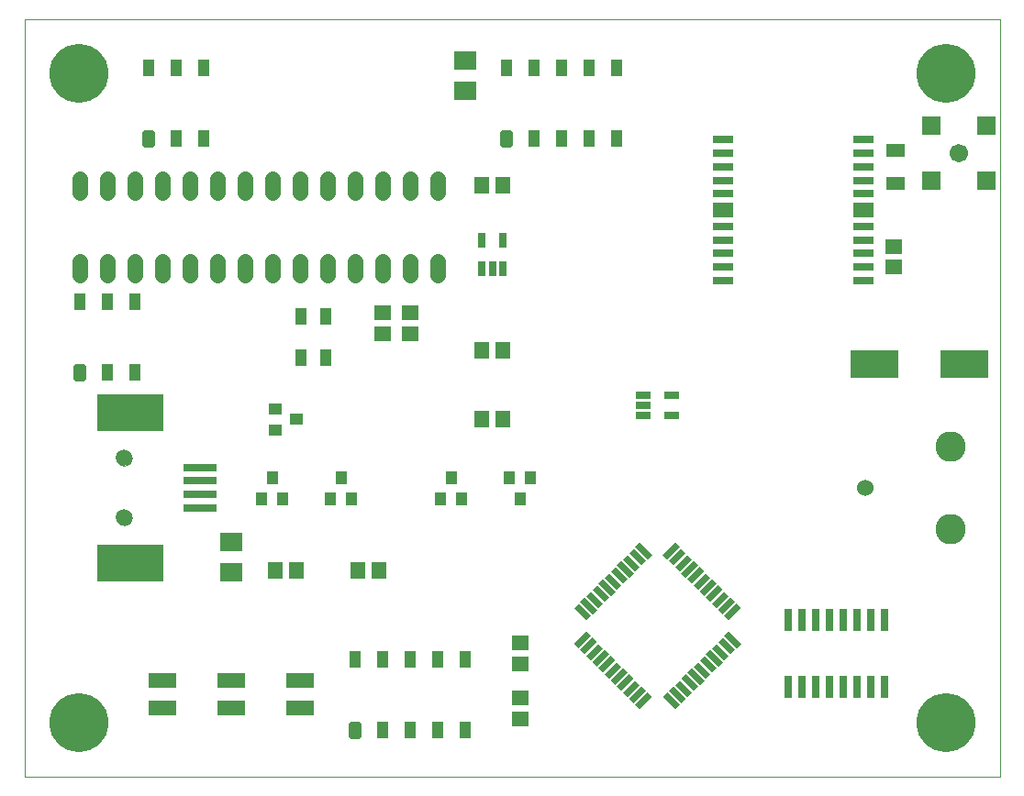
<source format=gts>
G75*
%MOIN*%
%OFA0B0*%
%FSLAX25Y25*%
%IPPOS*%
%LPD*%
%AMOC8*
5,1,8,0,0,1.08239X$1,22.5*
%
%ADD10C,0.00000*%
%ADD11C,0.05600*%
%ADD12R,0.05518X0.06306*%
%ADD13R,0.04337X0.05124*%
%ADD14R,0.08274X0.06699*%
%ADD15R,0.10400X0.05400*%
%ADD16R,0.04337X0.06306*%
%ADD17C,0.02169*%
%ADD18R,0.03000X0.08400*%
%ADD19R,0.06306X0.02369*%
%ADD20R,0.02369X0.06306*%
%ADD21R,0.06306X0.05518*%
%ADD22R,0.06699X0.05124*%
%ADD23C,0.06699*%
%ADD24R,0.06699X0.06699*%
%ADD25R,0.02600X0.05400*%
%ADD26R,0.03943X0.05912*%
%ADD27C,0.11030*%
%ADD28C,0.06022*%
%ADD29R,0.24180X0.13786*%
%ADD30R,0.12211X0.03156*%
%ADD31C,0.05912*%
%ADD32C,0.21400*%
%ADD33R,0.17329X0.10243*%
%ADD34R,0.05124X0.04337*%
%ADD35R,0.05400X0.02600*%
%ADD36R,0.07290X0.03025*%
%ADD37R,0.07290X0.05321*%
D10*
X0055902Y0001800D02*
X0055902Y0277391D01*
X0410233Y0277391D01*
X0410233Y0001800D01*
X0055902Y0001800D01*
X0089370Y0096149D02*
X0089372Y0096254D01*
X0089378Y0096359D01*
X0089388Y0096463D01*
X0089402Y0096567D01*
X0089420Y0096671D01*
X0089442Y0096773D01*
X0089467Y0096875D01*
X0089497Y0096976D01*
X0089530Y0097075D01*
X0089567Y0097173D01*
X0089608Y0097270D01*
X0089653Y0097365D01*
X0089701Y0097458D01*
X0089752Y0097550D01*
X0089808Y0097639D01*
X0089866Y0097726D01*
X0089928Y0097811D01*
X0089992Y0097894D01*
X0090060Y0097974D01*
X0090131Y0098051D01*
X0090205Y0098125D01*
X0090282Y0098197D01*
X0090361Y0098266D01*
X0090443Y0098331D01*
X0090527Y0098394D01*
X0090614Y0098453D01*
X0090703Y0098509D01*
X0090794Y0098562D01*
X0090887Y0098611D01*
X0090981Y0098656D01*
X0091077Y0098698D01*
X0091175Y0098736D01*
X0091274Y0098770D01*
X0091375Y0098801D01*
X0091476Y0098827D01*
X0091579Y0098850D01*
X0091682Y0098869D01*
X0091786Y0098884D01*
X0091890Y0098895D01*
X0091995Y0098902D01*
X0092100Y0098905D01*
X0092205Y0098904D01*
X0092310Y0098899D01*
X0092414Y0098890D01*
X0092518Y0098877D01*
X0092622Y0098860D01*
X0092725Y0098839D01*
X0092827Y0098814D01*
X0092928Y0098786D01*
X0093027Y0098753D01*
X0093126Y0098717D01*
X0093223Y0098677D01*
X0093318Y0098634D01*
X0093412Y0098586D01*
X0093504Y0098536D01*
X0093594Y0098482D01*
X0093682Y0098424D01*
X0093767Y0098363D01*
X0093850Y0098299D01*
X0093931Y0098232D01*
X0094009Y0098162D01*
X0094084Y0098088D01*
X0094156Y0098013D01*
X0094226Y0097934D01*
X0094292Y0097853D01*
X0094356Y0097769D01*
X0094416Y0097683D01*
X0094472Y0097595D01*
X0094526Y0097504D01*
X0094576Y0097412D01*
X0094622Y0097318D01*
X0094665Y0097222D01*
X0094704Y0097124D01*
X0094739Y0097026D01*
X0094770Y0096925D01*
X0094798Y0096824D01*
X0094822Y0096722D01*
X0094842Y0096619D01*
X0094858Y0096515D01*
X0094870Y0096411D01*
X0094878Y0096306D01*
X0094882Y0096201D01*
X0094882Y0096097D01*
X0094878Y0095992D01*
X0094870Y0095887D01*
X0094858Y0095783D01*
X0094842Y0095679D01*
X0094822Y0095576D01*
X0094798Y0095474D01*
X0094770Y0095373D01*
X0094739Y0095272D01*
X0094704Y0095174D01*
X0094665Y0095076D01*
X0094622Y0094980D01*
X0094576Y0094886D01*
X0094526Y0094794D01*
X0094472Y0094703D01*
X0094416Y0094615D01*
X0094356Y0094529D01*
X0094292Y0094445D01*
X0094226Y0094364D01*
X0094156Y0094285D01*
X0094084Y0094210D01*
X0094009Y0094136D01*
X0093931Y0094066D01*
X0093850Y0093999D01*
X0093767Y0093935D01*
X0093682Y0093874D01*
X0093594Y0093816D01*
X0093504Y0093762D01*
X0093412Y0093712D01*
X0093318Y0093664D01*
X0093223Y0093621D01*
X0093126Y0093581D01*
X0093027Y0093545D01*
X0092928Y0093512D01*
X0092827Y0093484D01*
X0092725Y0093459D01*
X0092622Y0093438D01*
X0092518Y0093421D01*
X0092414Y0093408D01*
X0092310Y0093399D01*
X0092205Y0093394D01*
X0092100Y0093393D01*
X0091995Y0093396D01*
X0091890Y0093403D01*
X0091786Y0093414D01*
X0091682Y0093429D01*
X0091579Y0093448D01*
X0091476Y0093471D01*
X0091375Y0093497D01*
X0091274Y0093528D01*
X0091175Y0093562D01*
X0091077Y0093600D01*
X0090981Y0093642D01*
X0090887Y0093687D01*
X0090794Y0093736D01*
X0090703Y0093789D01*
X0090614Y0093845D01*
X0090527Y0093904D01*
X0090443Y0093967D01*
X0090361Y0094032D01*
X0090282Y0094101D01*
X0090205Y0094173D01*
X0090131Y0094247D01*
X0090060Y0094324D01*
X0089992Y0094404D01*
X0089928Y0094487D01*
X0089866Y0094572D01*
X0089808Y0094659D01*
X0089752Y0094748D01*
X0089701Y0094840D01*
X0089653Y0094933D01*
X0089608Y0095028D01*
X0089567Y0095125D01*
X0089530Y0095223D01*
X0089497Y0095322D01*
X0089467Y0095423D01*
X0089442Y0095525D01*
X0089420Y0095627D01*
X0089402Y0095731D01*
X0089388Y0095835D01*
X0089378Y0095939D01*
X0089372Y0096044D01*
X0089370Y0096149D01*
X0089370Y0117802D02*
X0089372Y0117907D01*
X0089378Y0118012D01*
X0089388Y0118116D01*
X0089402Y0118220D01*
X0089420Y0118324D01*
X0089442Y0118426D01*
X0089467Y0118528D01*
X0089497Y0118629D01*
X0089530Y0118728D01*
X0089567Y0118826D01*
X0089608Y0118923D01*
X0089653Y0119018D01*
X0089701Y0119111D01*
X0089752Y0119203D01*
X0089808Y0119292D01*
X0089866Y0119379D01*
X0089928Y0119464D01*
X0089992Y0119547D01*
X0090060Y0119627D01*
X0090131Y0119704D01*
X0090205Y0119778D01*
X0090282Y0119850D01*
X0090361Y0119919D01*
X0090443Y0119984D01*
X0090527Y0120047D01*
X0090614Y0120106D01*
X0090703Y0120162D01*
X0090794Y0120215D01*
X0090887Y0120264D01*
X0090981Y0120309D01*
X0091077Y0120351D01*
X0091175Y0120389D01*
X0091274Y0120423D01*
X0091375Y0120454D01*
X0091476Y0120480D01*
X0091579Y0120503D01*
X0091682Y0120522D01*
X0091786Y0120537D01*
X0091890Y0120548D01*
X0091995Y0120555D01*
X0092100Y0120558D01*
X0092205Y0120557D01*
X0092310Y0120552D01*
X0092414Y0120543D01*
X0092518Y0120530D01*
X0092622Y0120513D01*
X0092725Y0120492D01*
X0092827Y0120467D01*
X0092928Y0120439D01*
X0093027Y0120406D01*
X0093126Y0120370D01*
X0093223Y0120330D01*
X0093318Y0120287D01*
X0093412Y0120239D01*
X0093504Y0120189D01*
X0093594Y0120135D01*
X0093682Y0120077D01*
X0093767Y0120016D01*
X0093850Y0119952D01*
X0093931Y0119885D01*
X0094009Y0119815D01*
X0094084Y0119741D01*
X0094156Y0119666D01*
X0094226Y0119587D01*
X0094292Y0119506D01*
X0094356Y0119422D01*
X0094416Y0119336D01*
X0094472Y0119248D01*
X0094526Y0119157D01*
X0094576Y0119065D01*
X0094622Y0118971D01*
X0094665Y0118875D01*
X0094704Y0118777D01*
X0094739Y0118679D01*
X0094770Y0118578D01*
X0094798Y0118477D01*
X0094822Y0118375D01*
X0094842Y0118272D01*
X0094858Y0118168D01*
X0094870Y0118064D01*
X0094878Y0117959D01*
X0094882Y0117854D01*
X0094882Y0117750D01*
X0094878Y0117645D01*
X0094870Y0117540D01*
X0094858Y0117436D01*
X0094842Y0117332D01*
X0094822Y0117229D01*
X0094798Y0117127D01*
X0094770Y0117026D01*
X0094739Y0116925D01*
X0094704Y0116827D01*
X0094665Y0116729D01*
X0094622Y0116633D01*
X0094576Y0116539D01*
X0094526Y0116447D01*
X0094472Y0116356D01*
X0094416Y0116268D01*
X0094356Y0116182D01*
X0094292Y0116098D01*
X0094226Y0116017D01*
X0094156Y0115938D01*
X0094084Y0115863D01*
X0094009Y0115789D01*
X0093931Y0115719D01*
X0093850Y0115652D01*
X0093767Y0115588D01*
X0093682Y0115527D01*
X0093594Y0115469D01*
X0093504Y0115415D01*
X0093412Y0115365D01*
X0093318Y0115317D01*
X0093223Y0115274D01*
X0093126Y0115234D01*
X0093027Y0115198D01*
X0092928Y0115165D01*
X0092827Y0115137D01*
X0092725Y0115112D01*
X0092622Y0115091D01*
X0092518Y0115074D01*
X0092414Y0115061D01*
X0092310Y0115052D01*
X0092205Y0115047D01*
X0092100Y0115046D01*
X0091995Y0115049D01*
X0091890Y0115056D01*
X0091786Y0115067D01*
X0091682Y0115082D01*
X0091579Y0115101D01*
X0091476Y0115124D01*
X0091375Y0115150D01*
X0091274Y0115181D01*
X0091175Y0115215D01*
X0091077Y0115253D01*
X0090981Y0115295D01*
X0090887Y0115340D01*
X0090794Y0115389D01*
X0090703Y0115442D01*
X0090614Y0115498D01*
X0090527Y0115557D01*
X0090443Y0115620D01*
X0090361Y0115685D01*
X0090282Y0115754D01*
X0090205Y0115826D01*
X0090131Y0115900D01*
X0090060Y0115977D01*
X0089992Y0116057D01*
X0089928Y0116140D01*
X0089866Y0116225D01*
X0089808Y0116312D01*
X0089752Y0116401D01*
X0089701Y0116493D01*
X0089653Y0116586D01*
X0089608Y0116681D01*
X0089567Y0116778D01*
X0089530Y0116876D01*
X0089497Y0116975D01*
X0089467Y0117076D01*
X0089442Y0117178D01*
X0089420Y0117280D01*
X0089402Y0117384D01*
X0089388Y0117488D01*
X0089378Y0117592D01*
X0089372Y0117697D01*
X0089370Y0117802D01*
D11*
X0085902Y0184200D02*
X0085902Y0189400D01*
X0075902Y0189400D02*
X0075902Y0184200D01*
X0095902Y0184200D02*
X0095902Y0189400D01*
X0105902Y0189400D02*
X0105902Y0184200D01*
X0115902Y0184200D02*
X0115902Y0189400D01*
X0125902Y0189400D02*
X0125902Y0184200D01*
X0135902Y0184200D02*
X0135902Y0189400D01*
X0145902Y0189400D02*
X0145902Y0184200D01*
X0155902Y0184200D02*
X0155902Y0189400D01*
X0165902Y0189400D02*
X0165902Y0184200D01*
X0175902Y0184200D02*
X0175902Y0189400D01*
X0185902Y0189400D02*
X0185902Y0184200D01*
X0195902Y0184200D02*
X0195902Y0189400D01*
X0205902Y0189400D02*
X0205902Y0184200D01*
X0205902Y0214200D02*
X0205902Y0219400D01*
X0195902Y0219400D02*
X0195902Y0214200D01*
X0185902Y0214200D02*
X0185902Y0219400D01*
X0175902Y0219400D02*
X0175902Y0214200D01*
X0165902Y0214200D02*
X0165902Y0219400D01*
X0155902Y0219400D02*
X0155902Y0214200D01*
X0145902Y0214200D02*
X0145902Y0219400D01*
X0135902Y0219400D02*
X0135902Y0214200D01*
X0125902Y0214200D02*
X0125902Y0219400D01*
X0115902Y0219400D02*
X0115902Y0214200D01*
X0105902Y0214200D02*
X0105902Y0219400D01*
X0095902Y0219400D02*
X0095902Y0214200D01*
X0085902Y0214200D02*
X0085902Y0219400D01*
X0075902Y0219400D02*
X0075902Y0214200D01*
D12*
X0222162Y0216800D03*
X0229642Y0216800D03*
X0229642Y0156800D03*
X0222162Y0156800D03*
X0222162Y0131800D03*
X0229642Y0131800D03*
X0184642Y0076800D03*
X0177162Y0076800D03*
X0154642Y0076800D03*
X0147162Y0076800D03*
D13*
X0149839Y0102863D03*
X0141965Y0102863D03*
X0145902Y0110737D03*
X0166965Y0102863D03*
X0174839Y0102863D03*
X0170902Y0110737D03*
X0206965Y0102863D03*
X0214839Y0102863D03*
X0210902Y0110737D03*
X0231965Y0110737D03*
X0239839Y0110737D03*
X0235902Y0102863D03*
D14*
X0130902Y0087312D03*
X0130902Y0076288D03*
X0215902Y0251288D03*
X0215902Y0262312D03*
D15*
X0155902Y0036800D03*
X0155902Y0026800D03*
X0130902Y0026800D03*
X0130902Y0036800D03*
X0105902Y0036800D03*
X0105902Y0026800D03*
D16*
X0175902Y0044595D03*
X0185902Y0044595D03*
X0195902Y0044595D03*
X0205902Y0044595D03*
X0215902Y0044595D03*
X0215902Y0019005D03*
X0205902Y0019005D03*
X0195902Y0019005D03*
X0185902Y0019005D03*
X0095902Y0149005D03*
X0085902Y0149005D03*
X0085902Y0174595D03*
X0075902Y0174595D03*
X0095902Y0174595D03*
X0110902Y0234005D03*
X0120902Y0234005D03*
X0120902Y0259595D03*
X0110902Y0259595D03*
X0100902Y0259595D03*
X0230902Y0259595D03*
X0240902Y0259595D03*
X0250902Y0259595D03*
X0260902Y0259595D03*
X0270902Y0259595D03*
X0270902Y0234005D03*
X0260902Y0234005D03*
X0250902Y0234005D03*
X0240902Y0234005D03*
D17*
X0229818Y0231936D02*
X0229818Y0236074D01*
X0231986Y0236074D01*
X0231986Y0231936D01*
X0229818Y0231936D01*
X0229818Y0234104D02*
X0231986Y0234104D01*
X0099818Y0236074D02*
X0099818Y0231936D01*
X0099818Y0236074D02*
X0101986Y0236074D01*
X0101986Y0231936D01*
X0099818Y0231936D01*
X0099818Y0234104D02*
X0101986Y0234104D01*
X0074818Y0151074D02*
X0074818Y0146936D01*
X0074818Y0151074D02*
X0076986Y0151074D01*
X0076986Y0146936D01*
X0074818Y0146936D01*
X0074818Y0149104D02*
X0076986Y0149104D01*
X0174818Y0021074D02*
X0174818Y0016936D01*
X0174818Y0021074D02*
X0176986Y0021074D01*
X0176986Y0016936D01*
X0174818Y0016936D01*
X0174818Y0019104D02*
X0176986Y0019104D01*
D18*
X0333402Y0034700D03*
X0338402Y0034700D03*
X0343402Y0034700D03*
X0348402Y0034700D03*
X0353402Y0034700D03*
X0358402Y0034700D03*
X0363402Y0034700D03*
X0368402Y0034700D03*
X0368402Y0058900D03*
X0363402Y0058900D03*
X0358402Y0058900D03*
X0353402Y0058900D03*
X0348402Y0058900D03*
X0343402Y0058900D03*
X0338402Y0058900D03*
X0333402Y0058900D03*
D19*
G36*
X0314576Y0048723D02*
X0310118Y0053181D01*
X0311792Y0054855D01*
X0316250Y0050397D01*
X0314576Y0048723D01*
G37*
G36*
X0312349Y0046496D02*
X0307891Y0050954D01*
X0309565Y0052628D01*
X0314023Y0048170D01*
X0312349Y0046496D01*
G37*
G36*
X0310122Y0044269D02*
X0305664Y0048727D01*
X0307338Y0050401D01*
X0311796Y0045943D01*
X0310122Y0044269D01*
G37*
G36*
X0307895Y0042042D02*
X0303437Y0046500D01*
X0305111Y0048174D01*
X0309569Y0043716D01*
X0307895Y0042042D01*
G37*
G36*
X0305668Y0039815D02*
X0301210Y0044273D01*
X0302884Y0045947D01*
X0307342Y0041489D01*
X0305668Y0039815D01*
G37*
G36*
X0303441Y0037587D02*
X0298983Y0042045D01*
X0300657Y0043719D01*
X0305115Y0039261D01*
X0303441Y0037587D01*
G37*
G36*
X0301214Y0035360D02*
X0296756Y0039818D01*
X0298430Y0041492D01*
X0302888Y0037034D01*
X0301214Y0035360D01*
G37*
G36*
X0298987Y0033133D02*
X0294529Y0037591D01*
X0296203Y0039265D01*
X0300661Y0034807D01*
X0298987Y0033133D01*
G37*
G36*
X0296759Y0030906D02*
X0292301Y0035364D01*
X0293975Y0037038D01*
X0298433Y0032580D01*
X0296759Y0030906D01*
G37*
G36*
X0294532Y0028679D02*
X0290074Y0033137D01*
X0291748Y0034811D01*
X0296206Y0030353D01*
X0294532Y0028679D01*
G37*
G36*
X0292305Y0026452D02*
X0287847Y0030910D01*
X0289521Y0032584D01*
X0293979Y0028126D01*
X0292305Y0026452D01*
G37*
G36*
X0260012Y0058745D02*
X0255554Y0063203D01*
X0257228Y0064877D01*
X0261686Y0060419D01*
X0260012Y0058745D01*
G37*
G36*
X0262239Y0060972D02*
X0257781Y0065430D01*
X0259455Y0067104D01*
X0263913Y0062646D01*
X0262239Y0060972D01*
G37*
G36*
X0264466Y0063199D02*
X0260008Y0067657D01*
X0261682Y0069331D01*
X0266140Y0064873D01*
X0264466Y0063199D01*
G37*
G36*
X0266693Y0065426D02*
X0262235Y0069884D01*
X0263909Y0071558D01*
X0268367Y0067100D01*
X0266693Y0065426D01*
G37*
G36*
X0268921Y0067653D02*
X0264463Y0072111D01*
X0266137Y0073785D01*
X0270595Y0069327D01*
X0268921Y0067653D01*
G37*
G36*
X0271148Y0069881D02*
X0266690Y0074339D01*
X0268364Y0076013D01*
X0272822Y0071555D01*
X0271148Y0069881D01*
G37*
G36*
X0273375Y0072108D02*
X0268917Y0076566D01*
X0270591Y0078240D01*
X0275049Y0073782D01*
X0273375Y0072108D01*
G37*
G36*
X0275602Y0074335D02*
X0271144Y0078793D01*
X0272818Y0080467D01*
X0277276Y0076009D01*
X0275602Y0074335D01*
G37*
G36*
X0277829Y0076562D02*
X0273371Y0081020D01*
X0275045Y0082694D01*
X0279503Y0078236D01*
X0277829Y0076562D01*
G37*
G36*
X0280056Y0078789D02*
X0275598Y0083247D01*
X0277272Y0084921D01*
X0281730Y0080463D01*
X0280056Y0078789D01*
G37*
G36*
X0282283Y0081016D02*
X0277825Y0085474D01*
X0279499Y0087148D01*
X0283957Y0082690D01*
X0282283Y0081016D01*
G37*
D20*
G36*
X0289521Y0081016D02*
X0287847Y0082690D01*
X0292305Y0087148D01*
X0293979Y0085474D01*
X0289521Y0081016D01*
G37*
G36*
X0291748Y0078789D02*
X0290074Y0080463D01*
X0294532Y0084921D01*
X0296206Y0083247D01*
X0291748Y0078789D01*
G37*
G36*
X0293975Y0076562D02*
X0292301Y0078236D01*
X0296759Y0082694D01*
X0298433Y0081020D01*
X0293975Y0076562D01*
G37*
G36*
X0296203Y0074335D02*
X0294529Y0076009D01*
X0298987Y0080467D01*
X0300661Y0078793D01*
X0296203Y0074335D01*
G37*
G36*
X0298430Y0072108D02*
X0296756Y0073782D01*
X0301214Y0078240D01*
X0302888Y0076566D01*
X0298430Y0072108D01*
G37*
G36*
X0300657Y0069881D02*
X0298983Y0071555D01*
X0303441Y0076013D01*
X0305115Y0074339D01*
X0300657Y0069881D01*
G37*
G36*
X0302884Y0067653D02*
X0301210Y0069327D01*
X0305668Y0073785D01*
X0307342Y0072111D01*
X0302884Y0067653D01*
G37*
G36*
X0305111Y0065426D02*
X0303437Y0067100D01*
X0307895Y0071558D01*
X0309569Y0069884D01*
X0305111Y0065426D01*
G37*
G36*
X0307338Y0063199D02*
X0305664Y0064873D01*
X0310122Y0069331D01*
X0311796Y0067657D01*
X0307338Y0063199D01*
G37*
G36*
X0309565Y0060972D02*
X0307891Y0062646D01*
X0312349Y0067104D01*
X0314023Y0065430D01*
X0309565Y0060972D01*
G37*
G36*
X0311792Y0058745D02*
X0310118Y0060419D01*
X0314576Y0064877D01*
X0316250Y0063203D01*
X0311792Y0058745D01*
G37*
G36*
X0277272Y0028679D02*
X0275598Y0030353D01*
X0280056Y0034811D01*
X0281730Y0033137D01*
X0277272Y0028679D01*
G37*
G36*
X0279499Y0026452D02*
X0277825Y0028126D01*
X0282283Y0032584D01*
X0283957Y0030910D01*
X0279499Y0026452D01*
G37*
G36*
X0275045Y0030906D02*
X0273371Y0032580D01*
X0277829Y0037038D01*
X0279503Y0035364D01*
X0275045Y0030906D01*
G37*
G36*
X0272818Y0033133D02*
X0271144Y0034807D01*
X0275602Y0039265D01*
X0277276Y0037591D01*
X0272818Y0033133D01*
G37*
G36*
X0270591Y0035360D02*
X0268917Y0037034D01*
X0273375Y0041492D01*
X0275049Y0039818D01*
X0270591Y0035360D01*
G37*
G36*
X0268364Y0037587D02*
X0266690Y0039261D01*
X0271148Y0043719D01*
X0272822Y0042045D01*
X0268364Y0037587D01*
G37*
G36*
X0266137Y0039815D02*
X0264463Y0041489D01*
X0268921Y0045947D01*
X0270595Y0044273D01*
X0266137Y0039815D01*
G37*
G36*
X0263909Y0042042D02*
X0262235Y0043716D01*
X0266693Y0048174D01*
X0268367Y0046500D01*
X0263909Y0042042D01*
G37*
G36*
X0261682Y0044269D02*
X0260008Y0045943D01*
X0264466Y0050401D01*
X0266140Y0048727D01*
X0261682Y0044269D01*
G37*
G36*
X0259455Y0046496D02*
X0257781Y0048170D01*
X0262239Y0052628D01*
X0263913Y0050954D01*
X0259455Y0046496D01*
G37*
G36*
X0257228Y0048723D02*
X0255554Y0050397D01*
X0260012Y0054855D01*
X0261686Y0053181D01*
X0257228Y0048723D01*
G37*
D21*
X0235902Y0050540D03*
X0235902Y0043060D03*
X0235902Y0030540D03*
X0235902Y0023060D03*
X0195902Y0163060D03*
X0195902Y0170540D03*
X0185902Y0170540D03*
X0185902Y0163060D03*
X0371779Y0187193D03*
X0371779Y0194673D03*
D22*
X0372524Y0217718D03*
X0372524Y0229529D03*
D23*
X0395291Y0228568D03*
D24*
X0405291Y0238568D03*
X0385291Y0238568D03*
X0385291Y0218568D03*
X0405291Y0218568D03*
D25*
X0229602Y0196900D03*
X0222202Y0196900D03*
X0222202Y0186700D03*
X0225902Y0186700D03*
X0229602Y0186700D03*
D26*
X0165430Y0169280D03*
X0156375Y0169280D03*
X0156375Y0154320D03*
X0165430Y0154320D03*
D27*
X0392223Y0121761D03*
X0392223Y0091839D03*
D28*
X0361515Y0106800D03*
D29*
X0094409Y0079731D03*
X0094409Y0134219D03*
D30*
X0119685Y0114338D03*
X0119685Y0109416D03*
X0119685Y0104534D03*
X0119685Y0099613D03*
D31*
X0092126Y0096149D03*
X0092126Y0117802D03*
D32*
X0075587Y0021485D03*
X0390548Y0021485D03*
X0390548Y0257706D03*
X0075587Y0257706D03*
D33*
X0364564Y0151800D03*
X0397241Y0151800D03*
D34*
X0154839Y0131800D03*
X0146965Y0127863D03*
X0146965Y0135737D03*
D35*
X0280802Y0136800D03*
X0280802Y0133100D03*
X0280802Y0140500D03*
X0291002Y0140500D03*
X0291002Y0133100D03*
D36*
X0309577Y0182251D03*
X0309577Y0187172D03*
X0309577Y0192093D03*
X0309577Y0197014D03*
X0309577Y0201936D03*
X0309577Y0213747D03*
X0309577Y0218668D03*
X0309577Y0223589D03*
X0309577Y0228510D03*
X0309577Y0233432D03*
X0360758Y0233432D03*
X0360758Y0228510D03*
X0360758Y0223589D03*
X0360758Y0218668D03*
X0360758Y0213747D03*
X0360758Y0201936D03*
X0360758Y0197014D03*
X0360758Y0192093D03*
X0360758Y0187172D03*
X0360758Y0182251D03*
D37*
X0360758Y0207841D03*
X0309577Y0207841D03*
M02*

</source>
